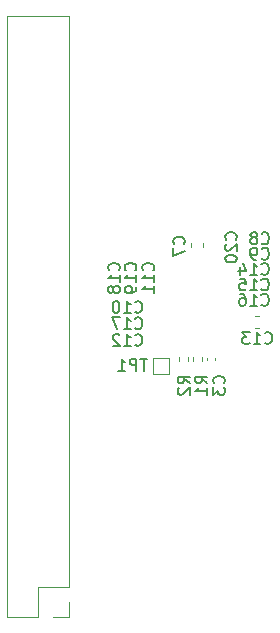
<source format=gbo>
G04 #@! TF.GenerationSoftware,KiCad,Pcbnew,(5.1.8)-1*
G04 #@! TF.CreationDate,2021-01-03T21:05:32+07:00*
G04 #@! TF.ProjectId,FT600_Adapter,46543630-305f-4416-9461-707465722e6b,rev?*
G04 #@! TF.SameCoordinates,Original*
G04 #@! TF.FileFunction,Legend,Bot*
G04 #@! TF.FilePolarity,Positive*
%FSLAX46Y46*%
G04 Gerber Fmt 4.6, Leading zero omitted, Abs format (unit mm)*
G04 Created by KiCad (PCBNEW (5.1.8)-1) date 2021-01-03 21:05:32*
%MOMM*%
%LPD*%
G01*
G04 APERTURE LIST*
%ADD10C,0.120000*%
%ADD11C,0.150000*%
%ADD12C,5.000000*%
%ADD13O,1.700000X1.700000*%
%ADD14R,1.700000X1.700000*%
%ADD15R,1.000000X1.000000*%
G04 APERTURE END LIST*
D10*
X129124721Y-103490000D02*
X129450279Y-103490000D01*
X129124721Y-104510000D02*
X129450279Y-104510000D01*
X123690000Y-97665279D02*
X123690000Y-97339721D01*
X124710000Y-97665279D02*
X124710000Y-97339721D01*
X108130000Y-129030000D02*
X110730000Y-129030000D01*
X108130000Y-129030000D02*
X108130000Y-78110000D01*
X108130000Y-78110000D02*
X113330000Y-78110000D01*
X113330000Y-126430000D02*
X113330000Y-78110000D01*
X110730000Y-126430000D02*
X113330000Y-126430000D01*
X110730000Y-129030000D02*
X110730000Y-126430000D01*
X113330000Y-129030000D02*
X113330000Y-127700000D01*
X112000000Y-129030000D02*
X113330000Y-129030000D01*
X120450000Y-107050000D02*
X120450000Y-108450000D01*
X121850000Y-107050000D02*
X120450000Y-107050000D01*
X121850000Y-108450000D02*
X121850000Y-107050000D01*
X120450000Y-108450000D02*
X121850000Y-108450000D01*
X122670000Y-107313641D02*
X122670000Y-107006359D01*
X123430000Y-107313641D02*
X123430000Y-107006359D01*
X124990000Y-107287836D02*
X124990000Y-107072164D01*
X125710000Y-107287836D02*
X125710000Y-107072164D01*
X123820000Y-107313641D02*
X123820000Y-107006359D01*
X124580000Y-107313641D02*
X124580000Y-107006359D01*
D11*
X127457142Y-97057142D02*
X127504761Y-97009523D01*
X127552380Y-96866666D01*
X127552380Y-96771428D01*
X127504761Y-96628571D01*
X127409523Y-96533333D01*
X127314285Y-96485714D01*
X127123809Y-96438095D01*
X126980952Y-96438095D01*
X126790476Y-96485714D01*
X126695238Y-96533333D01*
X126600000Y-96628571D01*
X126552380Y-96771428D01*
X126552380Y-96866666D01*
X126600000Y-97009523D01*
X126647619Y-97057142D01*
X126647619Y-97438095D02*
X126600000Y-97485714D01*
X126552380Y-97580952D01*
X126552380Y-97819047D01*
X126600000Y-97914285D01*
X126647619Y-97961904D01*
X126742857Y-98009523D01*
X126838095Y-98009523D01*
X126980952Y-97961904D01*
X127552380Y-97390476D01*
X127552380Y-98009523D01*
X126552380Y-98628571D02*
X126552380Y-98723809D01*
X126600000Y-98819047D01*
X126647619Y-98866666D01*
X126742857Y-98914285D01*
X126933333Y-98961904D01*
X127171428Y-98961904D01*
X127361904Y-98914285D01*
X127457142Y-98866666D01*
X127504761Y-98819047D01*
X127552380Y-98723809D01*
X127552380Y-98628571D01*
X127504761Y-98533333D01*
X127457142Y-98485714D01*
X127361904Y-98438095D01*
X127171428Y-98390476D01*
X126933333Y-98390476D01*
X126742857Y-98438095D01*
X126647619Y-98485714D01*
X126600000Y-98533333D01*
X126552380Y-98628571D01*
X118957142Y-99657142D02*
X119004761Y-99609523D01*
X119052380Y-99466666D01*
X119052380Y-99371428D01*
X119004761Y-99228571D01*
X118909523Y-99133333D01*
X118814285Y-99085714D01*
X118623809Y-99038095D01*
X118480952Y-99038095D01*
X118290476Y-99085714D01*
X118195238Y-99133333D01*
X118100000Y-99228571D01*
X118052380Y-99371428D01*
X118052380Y-99466666D01*
X118100000Y-99609523D01*
X118147619Y-99657142D01*
X119052380Y-100609523D02*
X119052380Y-100038095D01*
X119052380Y-100323809D02*
X118052380Y-100323809D01*
X118195238Y-100228571D01*
X118290476Y-100133333D01*
X118338095Y-100038095D01*
X119052380Y-101085714D02*
X119052380Y-101276190D01*
X119004761Y-101371428D01*
X118957142Y-101419047D01*
X118814285Y-101514285D01*
X118623809Y-101561904D01*
X118242857Y-101561904D01*
X118147619Y-101514285D01*
X118100000Y-101466666D01*
X118052380Y-101371428D01*
X118052380Y-101180952D01*
X118100000Y-101085714D01*
X118147619Y-101038095D01*
X118242857Y-100990476D01*
X118480952Y-100990476D01*
X118576190Y-101038095D01*
X118623809Y-101085714D01*
X118671428Y-101180952D01*
X118671428Y-101371428D01*
X118623809Y-101466666D01*
X118576190Y-101514285D01*
X118480952Y-101561904D01*
X117557142Y-99657142D02*
X117604761Y-99609523D01*
X117652380Y-99466666D01*
X117652380Y-99371428D01*
X117604761Y-99228571D01*
X117509523Y-99133333D01*
X117414285Y-99085714D01*
X117223809Y-99038095D01*
X117080952Y-99038095D01*
X116890476Y-99085714D01*
X116795238Y-99133333D01*
X116700000Y-99228571D01*
X116652380Y-99371428D01*
X116652380Y-99466666D01*
X116700000Y-99609523D01*
X116747619Y-99657142D01*
X117652380Y-100609523D02*
X117652380Y-100038095D01*
X117652380Y-100323809D02*
X116652380Y-100323809D01*
X116795238Y-100228571D01*
X116890476Y-100133333D01*
X116938095Y-100038095D01*
X117080952Y-101180952D02*
X117033333Y-101085714D01*
X116985714Y-101038095D01*
X116890476Y-100990476D01*
X116842857Y-100990476D01*
X116747619Y-101038095D01*
X116700000Y-101085714D01*
X116652380Y-101180952D01*
X116652380Y-101371428D01*
X116700000Y-101466666D01*
X116747619Y-101514285D01*
X116842857Y-101561904D01*
X116890476Y-101561904D01*
X116985714Y-101514285D01*
X117033333Y-101466666D01*
X117080952Y-101371428D01*
X117080952Y-101180952D01*
X117128571Y-101085714D01*
X117176190Y-101038095D01*
X117271428Y-100990476D01*
X117461904Y-100990476D01*
X117557142Y-101038095D01*
X117604761Y-101085714D01*
X117652380Y-101180952D01*
X117652380Y-101371428D01*
X117604761Y-101466666D01*
X117557142Y-101514285D01*
X117461904Y-101561904D01*
X117271428Y-101561904D01*
X117176190Y-101514285D01*
X117128571Y-101466666D01*
X117080952Y-101371428D01*
X118942857Y-104557142D02*
X118990476Y-104604761D01*
X119133333Y-104652380D01*
X119228571Y-104652380D01*
X119371428Y-104604761D01*
X119466666Y-104509523D01*
X119514285Y-104414285D01*
X119561904Y-104223809D01*
X119561904Y-104080952D01*
X119514285Y-103890476D01*
X119466666Y-103795238D01*
X119371428Y-103700000D01*
X119228571Y-103652380D01*
X119133333Y-103652380D01*
X118990476Y-103700000D01*
X118942857Y-103747619D01*
X117990476Y-104652380D02*
X118561904Y-104652380D01*
X118276190Y-104652380D02*
X118276190Y-103652380D01*
X118371428Y-103795238D01*
X118466666Y-103890476D01*
X118561904Y-103938095D01*
X117657142Y-103652380D02*
X116990476Y-103652380D01*
X117419047Y-104652380D01*
X129642857Y-102557142D02*
X129690476Y-102604761D01*
X129833333Y-102652380D01*
X129928571Y-102652380D01*
X130071428Y-102604761D01*
X130166666Y-102509523D01*
X130214285Y-102414285D01*
X130261904Y-102223809D01*
X130261904Y-102080952D01*
X130214285Y-101890476D01*
X130166666Y-101795238D01*
X130071428Y-101700000D01*
X129928571Y-101652380D01*
X129833333Y-101652380D01*
X129690476Y-101700000D01*
X129642857Y-101747619D01*
X128690476Y-102652380D02*
X129261904Y-102652380D01*
X128976190Y-102652380D02*
X128976190Y-101652380D01*
X129071428Y-101795238D01*
X129166666Y-101890476D01*
X129261904Y-101938095D01*
X127833333Y-101652380D02*
X128023809Y-101652380D01*
X128119047Y-101700000D01*
X128166666Y-101747619D01*
X128261904Y-101890476D01*
X128309523Y-102080952D01*
X128309523Y-102461904D01*
X128261904Y-102557142D01*
X128214285Y-102604761D01*
X128119047Y-102652380D01*
X127928571Y-102652380D01*
X127833333Y-102604761D01*
X127785714Y-102557142D01*
X127738095Y-102461904D01*
X127738095Y-102223809D01*
X127785714Y-102128571D01*
X127833333Y-102080952D01*
X127928571Y-102033333D01*
X128119047Y-102033333D01*
X128214285Y-102080952D01*
X128261904Y-102128571D01*
X128309523Y-102223809D01*
X129642857Y-101257142D02*
X129690476Y-101304761D01*
X129833333Y-101352380D01*
X129928571Y-101352380D01*
X130071428Y-101304761D01*
X130166666Y-101209523D01*
X130214285Y-101114285D01*
X130261904Y-100923809D01*
X130261904Y-100780952D01*
X130214285Y-100590476D01*
X130166666Y-100495238D01*
X130071428Y-100400000D01*
X129928571Y-100352380D01*
X129833333Y-100352380D01*
X129690476Y-100400000D01*
X129642857Y-100447619D01*
X128690476Y-101352380D02*
X129261904Y-101352380D01*
X128976190Y-101352380D02*
X128976190Y-100352380D01*
X129071428Y-100495238D01*
X129166666Y-100590476D01*
X129261904Y-100638095D01*
X127785714Y-100352380D02*
X128261904Y-100352380D01*
X128309523Y-100828571D01*
X128261904Y-100780952D01*
X128166666Y-100733333D01*
X127928571Y-100733333D01*
X127833333Y-100780952D01*
X127785714Y-100828571D01*
X127738095Y-100923809D01*
X127738095Y-101161904D01*
X127785714Y-101257142D01*
X127833333Y-101304761D01*
X127928571Y-101352380D01*
X128166666Y-101352380D01*
X128261904Y-101304761D01*
X128309523Y-101257142D01*
X129642857Y-99957142D02*
X129690476Y-100004761D01*
X129833333Y-100052380D01*
X129928571Y-100052380D01*
X130071428Y-100004761D01*
X130166666Y-99909523D01*
X130214285Y-99814285D01*
X130261904Y-99623809D01*
X130261904Y-99480952D01*
X130214285Y-99290476D01*
X130166666Y-99195238D01*
X130071428Y-99100000D01*
X129928571Y-99052380D01*
X129833333Y-99052380D01*
X129690476Y-99100000D01*
X129642857Y-99147619D01*
X128690476Y-100052380D02*
X129261904Y-100052380D01*
X128976190Y-100052380D02*
X128976190Y-99052380D01*
X129071428Y-99195238D01*
X129166666Y-99290476D01*
X129261904Y-99338095D01*
X127833333Y-99385714D02*
X127833333Y-100052380D01*
X128071428Y-99004761D02*
X128309523Y-99719047D01*
X127690476Y-99719047D01*
X120457142Y-99657142D02*
X120504761Y-99609523D01*
X120552380Y-99466666D01*
X120552380Y-99371428D01*
X120504761Y-99228571D01*
X120409523Y-99133333D01*
X120314285Y-99085714D01*
X120123809Y-99038095D01*
X119980952Y-99038095D01*
X119790476Y-99085714D01*
X119695238Y-99133333D01*
X119600000Y-99228571D01*
X119552380Y-99371428D01*
X119552380Y-99466666D01*
X119600000Y-99609523D01*
X119647619Y-99657142D01*
X120552380Y-100609523D02*
X120552380Y-100038095D01*
X120552380Y-100323809D02*
X119552380Y-100323809D01*
X119695238Y-100228571D01*
X119790476Y-100133333D01*
X119838095Y-100038095D01*
X120552380Y-101561904D02*
X120552380Y-100990476D01*
X120552380Y-101276190D02*
X119552380Y-101276190D01*
X119695238Y-101180952D01*
X119790476Y-101085714D01*
X119838095Y-100990476D01*
X118942857Y-105957142D02*
X118990476Y-106004761D01*
X119133333Y-106052380D01*
X119228571Y-106052380D01*
X119371428Y-106004761D01*
X119466666Y-105909523D01*
X119514285Y-105814285D01*
X119561904Y-105623809D01*
X119561904Y-105480952D01*
X119514285Y-105290476D01*
X119466666Y-105195238D01*
X119371428Y-105100000D01*
X119228571Y-105052380D01*
X119133333Y-105052380D01*
X118990476Y-105100000D01*
X118942857Y-105147619D01*
X117990476Y-106052380D02*
X118561904Y-106052380D01*
X118276190Y-106052380D02*
X118276190Y-105052380D01*
X118371428Y-105195238D01*
X118466666Y-105290476D01*
X118561904Y-105338095D01*
X117609523Y-105147619D02*
X117561904Y-105100000D01*
X117466666Y-105052380D01*
X117228571Y-105052380D01*
X117133333Y-105100000D01*
X117085714Y-105147619D01*
X117038095Y-105242857D01*
X117038095Y-105338095D01*
X117085714Y-105480952D01*
X117657142Y-106052380D01*
X117038095Y-106052380D01*
X129930357Y-105787142D02*
X129977976Y-105834761D01*
X130120833Y-105882380D01*
X130216071Y-105882380D01*
X130358928Y-105834761D01*
X130454166Y-105739523D01*
X130501785Y-105644285D01*
X130549404Y-105453809D01*
X130549404Y-105310952D01*
X130501785Y-105120476D01*
X130454166Y-105025238D01*
X130358928Y-104930000D01*
X130216071Y-104882380D01*
X130120833Y-104882380D01*
X129977976Y-104930000D01*
X129930357Y-104977619D01*
X128977976Y-105882380D02*
X129549404Y-105882380D01*
X129263690Y-105882380D02*
X129263690Y-104882380D01*
X129358928Y-105025238D01*
X129454166Y-105120476D01*
X129549404Y-105168095D01*
X128644642Y-104882380D02*
X128025595Y-104882380D01*
X128358928Y-105263333D01*
X128216071Y-105263333D01*
X128120833Y-105310952D01*
X128073214Y-105358571D01*
X128025595Y-105453809D01*
X128025595Y-105691904D01*
X128073214Y-105787142D01*
X128120833Y-105834761D01*
X128216071Y-105882380D01*
X128501785Y-105882380D01*
X128597023Y-105834761D01*
X128644642Y-105787142D01*
X118942857Y-103157142D02*
X118990476Y-103204761D01*
X119133333Y-103252380D01*
X119228571Y-103252380D01*
X119371428Y-103204761D01*
X119466666Y-103109523D01*
X119514285Y-103014285D01*
X119561904Y-102823809D01*
X119561904Y-102680952D01*
X119514285Y-102490476D01*
X119466666Y-102395238D01*
X119371428Y-102300000D01*
X119228571Y-102252380D01*
X119133333Y-102252380D01*
X118990476Y-102300000D01*
X118942857Y-102347619D01*
X117990476Y-103252380D02*
X118561904Y-103252380D01*
X118276190Y-103252380D02*
X118276190Y-102252380D01*
X118371428Y-102395238D01*
X118466666Y-102490476D01*
X118561904Y-102538095D01*
X117371428Y-102252380D02*
X117276190Y-102252380D01*
X117180952Y-102300000D01*
X117133333Y-102347619D01*
X117085714Y-102442857D01*
X117038095Y-102633333D01*
X117038095Y-102871428D01*
X117085714Y-103061904D01*
X117133333Y-103157142D01*
X117180952Y-103204761D01*
X117276190Y-103252380D01*
X117371428Y-103252380D01*
X117466666Y-103204761D01*
X117514285Y-103157142D01*
X117561904Y-103061904D01*
X117609523Y-102871428D01*
X117609523Y-102633333D01*
X117561904Y-102442857D01*
X117514285Y-102347619D01*
X117466666Y-102300000D01*
X117371428Y-102252380D01*
X129666666Y-98657142D02*
X129714285Y-98704761D01*
X129857142Y-98752380D01*
X129952380Y-98752380D01*
X130095238Y-98704761D01*
X130190476Y-98609523D01*
X130238095Y-98514285D01*
X130285714Y-98323809D01*
X130285714Y-98180952D01*
X130238095Y-97990476D01*
X130190476Y-97895238D01*
X130095238Y-97800000D01*
X129952380Y-97752380D01*
X129857142Y-97752380D01*
X129714285Y-97800000D01*
X129666666Y-97847619D01*
X129190476Y-98752380D02*
X129000000Y-98752380D01*
X128904761Y-98704761D01*
X128857142Y-98657142D01*
X128761904Y-98514285D01*
X128714285Y-98323809D01*
X128714285Y-97942857D01*
X128761904Y-97847619D01*
X128809523Y-97800000D01*
X128904761Y-97752380D01*
X129095238Y-97752380D01*
X129190476Y-97800000D01*
X129238095Y-97847619D01*
X129285714Y-97942857D01*
X129285714Y-98180952D01*
X129238095Y-98276190D01*
X129190476Y-98323809D01*
X129095238Y-98371428D01*
X128904761Y-98371428D01*
X128809523Y-98323809D01*
X128761904Y-98276190D01*
X128714285Y-98180952D01*
X129666666Y-97357142D02*
X129714285Y-97404761D01*
X129857142Y-97452380D01*
X129952380Y-97452380D01*
X130095238Y-97404761D01*
X130190476Y-97309523D01*
X130238095Y-97214285D01*
X130285714Y-97023809D01*
X130285714Y-96880952D01*
X130238095Y-96690476D01*
X130190476Y-96595238D01*
X130095238Y-96500000D01*
X129952380Y-96452380D01*
X129857142Y-96452380D01*
X129714285Y-96500000D01*
X129666666Y-96547619D01*
X129095238Y-96880952D02*
X129190476Y-96833333D01*
X129238095Y-96785714D01*
X129285714Y-96690476D01*
X129285714Y-96642857D01*
X129238095Y-96547619D01*
X129190476Y-96500000D01*
X129095238Y-96452380D01*
X128904761Y-96452380D01*
X128809523Y-96500000D01*
X128761904Y-96547619D01*
X128714285Y-96642857D01*
X128714285Y-96690476D01*
X128761904Y-96785714D01*
X128809523Y-96833333D01*
X128904761Y-96880952D01*
X129095238Y-96880952D01*
X129190476Y-96928571D01*
X129238095Y-96976190D01*
X129285714Y-97071428D01*
X129285714Y-97261904D01*
X129238095Y-97357142D01*
X129190476Y-97404761D01*
X129095238Y-97452380D01*
X128904761Y-97452380D01*
X128809523Y-97404761D01*
X128761904Y-97357142D01*
X128714285Y-97261904D01*
X128714285Y-97071428D01*
X128761904Y-96976190D01*
X128809523Y-96928571D01*
X128904761Y-96880952D01*
X123057142Y-97433333D02*
X123104761Y-97385714D01*
X123152380Y-97242857D01*
X123152380Y-97147619D01*
X123104761Y-97004761D01*
X123009523Y-96909523D01*
X122914285Y-96861904D01*
X122723809Y-96814285D01*
X122580952Y-96814285D01*
X122390476Y-96861904D01*
X122295238Y-96909523D01*
X122200000Y-97004761D01*
X122152380Y-97147619D01*
X122152380Y-97242857D01*
X122200000Y-97385714D01*
X122247619Y-97433333D01*
X122152380Y-97766666D02*
X122152380Y-98433333D01*
X123152380Y-98004761D01*
X119961904Y-107152380D02*
X119390476Y-107152380D01*
X119676190Y-108152380D02*
X119676190Y-107152380D01*
X119057142Y-108152380D02*
X119057142Y-107152380D01*
X118676190Y-107152380D01*
X118580952Y-107200000D01*
X118533333Y-107247619D01*
X118485714Y-107342857D01*
X118485714Y-107485714D01*
X118533333Y-107580952D01*
X118580952Y-107628571D01*
X118676190Y-107676190D01*
X119057142Y-107676190D01*
X117533333Y-108152380D02*
X118104761Y-108152380D01*
X117819047Y-108152380D02*
X117819047Y-107152380D01*
X117914285Y-107295238D01*
X118009523Y-107390476D01*
X118104761Y-107438095D01*
X123552380Y-109233333D02*
X123076190Y-108900000D01*
X123552380Y-108661904D02*
X122552380Y-108661904D01*
X122552380Y-109042857D01*
X122600000Y-109138095D01*
X122647619Y-109185714D01*
X122742857Y-109233333D01*
X122885714Y-109233333D01*
X122980952Y-109185714D01*
X123028571Y-109138095D01*
X123076190Y-109042857D01*
X123076190Y-108661904D01*
X122647619Y-109614285D02*
X122600000Y-109661904D01*
X122552380Y-109757142D01*
X122552380Y-109995238D01*
X122600000Y-110090476D01*
X122647619Y-110138095D01*
X122742857Y-110185714D01*
X122838095Y-110185714D01*
X122980952Y-110138095D01*
X123552380Y-109566666D01*
X123552380Y-110185714D01*
X126457142Y-109233333D02*
X126504761Y-109185714D01*
X126552380Y-109042857D01*
X126552380Y-108947619D01*
X126504761Y-108804761D01*
X126409523Y-108709523D01*
X126314285Y-108661904D01*
X126123809Y-108614285D01*
X125980952Y-108614285D01*
X125790476Y-108661904D01*
X125695238Y-108709523D01*
X125600000Y-108804761D01*
X125552380Y-108947619D01*
X125552380Y-109042857D01*
X125600000Y-109185714D01*
X125647619Y-109233333D01*
X125552380Y-109566666D02*
X125552380Y-110185714D01*
X125933333Y-109852380D01*
X125933333Y-109995238D01*
X125980952Y-110090476D01*
X126028571Y-110138095D01*
X126123809Y-110185714D01*
X126361904Y-110185714D01*
X126457142Y-110138095D01*
X126504761Y-110090476D01*
X126552380Y-109995238D01*
X126552380Y-109709523D01*
X126504761Y-109614285D01*
X126457142Y-109566666D01*
X125052380Y-109233333D02*
X124576190Y-108900000D01*
X125052380Y-108661904D02*
X124052380Y-108661904D01*
X124052380Y-109042857D01*
X124100000Y-109138095D01*
X124147619Y-109185714D01*
X124242857Y-109233333D01*
X124385714Y-109233333D01*
X124480952Y-109185714D01*
X124528571Y-109138095D01*
X124576190Y-109042857D01*
X124576190Y-108661904D01*
X125052380Y-110185714D02*
X125052380Y-109614285D01*
X125052380Y-109900000D02*
X124052380Y-109900000D01*
X124195238Y-109804761D01*
X124290476Y-109709523D01*
X124338095Y-109614285D01*
%LPC*%
D12*
X135000000Y-126000000D03*
X135000000Y-81000000D03*
G36*
G01*
X125882500Y-97735000D02*
X125537500Y-97735000D01*
G75*
G02*
X125390000Y-97587500I0J147500D01*
G01*
X125390000Y-97292500D01*
G75*
G02*
X125537500Y-97145000I147500J0D01*
G01*
X125882500Y-97145000D01*
G75*
G02*
X126030000Y-97292500I0J-147500D01*
G01*
X126030000Y-97587500D01*
G75*
G02*
X125882500Y-97735000I-147500J0D01*
G01*
G37*
G36*
G01*
X125882500Y-98705000D02*
X125537500Y-98705000D01*
G75*
G02*
X125390000Y-98557500I0J147500D01*
G01*
X125390000Y-98262500D01*
G75*
G02*
X125537500Y-98115000I147500J0D01*
G01*
X125882500Y-98115000D01*
G75*
G02*
X126030000Y-98262500I0J-147500D01*
G01*
X126030000Y-98557500D01*
G75*
G02*
X125882500Y-98705000I-147500J0D01*
G01*
G37*
G36*
G01*
X122327500Y-100765000D02*
X122672500Y-100765000D01*
G75*
G02*
X122820000Y-100912500I0J-147500D01*
G01*
X122820000Y-101207500D01*
G75*
G02*
X122672500Y-101355000I-147500J0D01*
G01*
X122327500Y-101355000D01*
G75*
G02*
X122180000Y-101207500I0J147500D01*
G01*
X122180000Y-100912500D01*
G75*
G02*
X122327500Y-100765000I147500J0D01*
G01*
G37*
G36*
G01*
X122327500Y-99795000D02*
X122672500Y-99795000D01*
G75*
G02*
X122820000Y-99942500I0J-147500D01*
G01*
X122820000Y-100237500D01*
G75*
G02*
X122672500Y-100385000I-147500J0D01*
G01*
X122327500Y-100385000D01*
G75*
G02*
X122180000Y-100237500I0J147500D01*
G01*
X122180000Y-99942500D01*
G75*
G02*
X122327500Y-99795000I147500J0D01*
G01*
G37*
G36*
G01*
X121327500Y-101375000D02*
X121672500Y-101375000D01*
G75*
G02*
X121820000Y-101522500I0J-147500D01*
G01*
X121820000Y-101817500D01*
G75*
G02*
X121672500Y-101965000I-147500J0D01*
G01*
X121327500Y-101965000D01*
G75*
G02*
X121180000Y-101817500I0J147500D01*
G01*
X121180000Y-101522500D01*
G75*
G02*
X121327500Y-101375000I147500J0D01*
G01*
G37*
G36*
G01*
X121327500Y-100405000D02*
X121672500Y-100405000D01*
G75*
G02*
X121820000Y-100552500I0J-147500D01*
G01*
X121820000Y-100847500D01*
G75*
G02*
X121672500Y-100995000I-147500J0D01*
G01*
X121327500Y-100995000D01*
G75*
G02*
X121180000Y-100847500I0J147500D01*
G01*
X121180000Y-100552500D01*
G75*
G02*
X121327500Y-100405000I147500J0D01*
G01*
G37*
G36*
G01*
X121025000Y-103972500D02*
X121025000Y-103627500D01*
G75*
G02*
X121172500Y-103480000I147500J0D01*
G01*
X121467500Y-103480000D01*
G75*
G02*
X121615000Y-103627500I0J-147500D01*
G01*
X121615000Y-103972500D01*
G75*
G02*
X121467500Y-104120000I-147500J0D01*
G01*
X121172500Y-104120000D01*
G75*
G02*
X121025000Y-103972500I0J147500D01*
G01*
G37*
G36*
G01*
X120055000Y-103972500D02*
X120055000Y-103627500D01*
G75*
G02*
X120202500Y-103480000I147500J0D01*
G01*
X120497500Y-103480000D01*
G75*
G02*
X120645000Y-103627500I0J-147500D01*
G01*
X120645000Y-103972500D01*
G75*
G02*
X120497500Y-104120000I-147500J0D01*
G01*
X120202500Y-104120000D01*
G75*
G02*
X120055000Y-103972500I0J147500D01*
G01*
G37*
G36*
G01*
X125925000Y-105127500D02*
X125925000Y-105472500D01*
G75*
G02*
X125777500Y-105620000I-147500J0D01*
G01*
X125482500Y-105620000D01*
G75*
G02*
X125335000Y-105472500I0J147500D01*
G01*
X125335000Y-105127500D01*
G75*
G02*
X125482500Y-104980000I147500J0D01*
G01*
X125777500Y-104980000D01*
G75*
G02*
X125925000Y-105127500I0J-147500D01*
G01*
G37*
G36*
G01*
X126895000Y-105127500D02*
X126895000Y-105472500D01*
G75*
G02*
X126747500Y-105620000I-147500J0D01*
G01*
X126452500Y-105620000D01*
G75*
G02*
X126305000Y-105472500I0J147500D01*
G01*
X126305000Y-105127500D01*
G75*
G02*
X126452500Y-104980000I147500J0D01*
G01*
X126747500Y-104980000D01*
G75*
G02*
X126895000Y-105127500I0J-147500D01*
G01*
G37*
G36*
G01*
X125925000Y-104127500D02*
X125925000Y-104472500D01*
G75*
G02*
X125777500Y-104620000I-147500J0D01*
G01*
X125482500Y-104620000D01*
G75*
G02*
X125335000Y-104472500I0J147500D01*
G01*
X125335000Y-104127500D01*
G75*
G02*
X125482500Y-103980000I147500J0D01*
G01*
X125777500Y-103980000D01*
G75*
G02*
X125925000Y-104127500I0J-147500D01*
G01*
G37*
G36*
G01*
X126895000Y-104127500D02*
X126895000Y-104472500D01*
G75*
G02*
X126747500Y-104620000I-147500J0D01*
G01*
X126452500Y-104620000D01*
G75*
G02*
X126305000Y-104472500I0J147500D01*
G01*
X126305000Y-104127500D01*
G75*
G02*
X126452500Y-103980000I147500J0D01*
G01*
X126747500Y-103980000D01*
G75*
G02*
X126895000Y-104127500I0J-147500D01*
G01*
G37*
G36*
G01*
X125925000Y-103127500D02*
X125925000Y-103472500D01*
G75*
G02*
X125777500Y-103620000I-147500J0D01*
G01*
X125482500Y-103620000D01*
G75*
G02*
X125335000Y-103472500I0J147500D01*
G01*
X125335000Y-103127500D01*
G75*
G02*
X125482500Y-102980000I147500J0D01*
G01*
X125777500Y-102980000D01*
G75*
G02*
X125925000Y-103127500I0J-147500D01*
G01*
G37*
G36*
G01*
X126895000Y-103127500D02*
X126895000Y-103472500D01*
G75*
G02*
X126747500Y-103620000I-147500J0D01*
G01*
X126452500Y-103620000D01*
G75*
G02*
X126305000Y-103472500I0J147500D01*
G01*
X126305000Y-103127500D01*
G75*
G02*
X126452500Y-102980000I147500J0D01*
G01*
X126747500Y-102980000D01*
G75*
G02*
X126895000Y-103127500I0J-147500D01*
G01*
G37*
G36*
G01*
X123357500Y-100765000D02*
X123702500Y-100765000D01*
G75*
G02*
X123850000Y-100912500I0J-147500D01*
G01*
X123850000Y-101207500D01*
G75*
G02*
X123702500Y-101355000I-147500J0D01*
G01*
X123357500Y-101355000D01*
G75*
G02*
X123210000Y-101207500I0J147500D01*
G01*
X123210000Y-100912500D01*
G75*
G02*
X123357500Y-100765000I147500J0D01*
G01*
G37*
G36*
G01*
X123357500Y-99795000D02*
X123702500Y-99795000D01*
G75*
G02*
X123850000Y-99942500I0J-147500D01*
G01*
X123850000Y-100237500D01*
G75*
G02*
X123702500Y-100385000I-147500J0D01*
G01*
X123357500Y-100385000D01*
G75*
G02*
X123210000Y-100237500I0J147500D01*
G01*
X123210000Y-99942500D01*
G75*
G02*
X123357500Y-99795000I147500J0D01*
G01*
G37*
G36*
G01*
X121655000Y-105022500D02*
X121655000Y-104677500D01*
G75*
G02*
X121802500Y-104530000I147500J0D01*
G01*
X122097500Y-104530000D01*
G75*
G02*
X122245000Y-104677500I0J-147500D01*
G01*
X122245000Y-105022500D01*
G75*
G02*
X122097500Y-105170000I-147500J0D01*
G01*
X121802500Y-105170000D01*
G75*
G02*
X121655000Y-105022500I0J147500D01*
G01*
G37*
G36*
G01*
X120685000Y-105022500D02*
X120685000Y-104677500D01*
G75*
G02*
X120832500Y-104530000I147500J0D01*
G01*
X121127500Y-104530000D01*
G75*
G02*
X121275000Y-104677500I0J-147500D01*
G01*
X121275000Y-105022500D01*
G75*
G02*
X121127500Y-105170000I-147500J0D01*
G01*
X120832500Y-105170000D01*
G75*
G02*
X120685000Y-105022500I0J147500D01*
G01*
G37*
G36*
G01*
X129637500Y-104256250D02*
X129637500Y-103743750D01*
G75*
G02*
X129856250Y-103525000I218750J0D01*
G01*
X130293750Y-103525000D01*
G75*
G02*
X130512500Y-103743750I0J-218750D01*
G01*
X130512500Y-104256250D01*
G75*
G02*
X130293750Y-104475000I-218750J0D01*
G01*
X129856250Y-104475000D01*
G75*
G02*
X129637500Y-104256250I0J218750D01*
G01*
G37*
G36*
G01*
X128062500Y-104256250D02*
X128062500Y-103743750D01*
G75*
G02*
X128281250Y-103525000I218750J0D01*
G01*
X128718750Y-103525000D01*
G75*
G02*
X128937500Y-103743750I0J-218750D01*
G01*
X128937500Y-104256250D01*
G75*
G02*
X128718750Y-104475000I-218750J0D01*
G01*
X128281250Y-104475000D01*
G75*
G02*
X128062500Y-104256250I0J218750D01*
G01*
G37*
G36*
G01*
X121025000Y-102922500D02*
X121025000Y-102577500D01*
G75*
G02*
X121172500Y-102430000I147500J0D01*
G01*
X121467500Y-102430000D01*
G75*
G02*
X121615000Y-102577500I0J-147500D01*
G01*
X121615000Y-102922500D01*
G75*
G02*
X121467500Y-103070000I-147500J0D01*
G01*
X121172500Y-103070000D01*
G75*
G02*
X121025000Y-102922500I0J147500D01*
G01*
G37*
G36*
G01*
X120055000Y-102922500D02*
X120055000Y-102577500D01*
G75*
G02*
X120202500Y-102430000I147500J0D01*
G01*
X120497500Y-102430000D01*
G75*
G02*
X120645000Y-102577500I0J-147500D01*
G01*
X120645000Y-102922500D01*
G75*
G02*
X120497500Y-103070000I-147500J0D01*
G01*
X120202500Y-103070000D01*
G75*
G02*
X120055000Y-102922500I0J147500D01*
G01*
G37*
G36*
G01*
X125925000Y-102127500D02*
X125925000Y-102472500D01*
G75*
G02*
X125777500Y-102620000I-147500J0D01*
G01*
X125482500Y-102620000D01*
G75*
G02*
X125335000Y-102472500I0J147500D01*
G01*
X125335000Y-102127500D01*
G75*
G02*
X125482500Y-101980000I147500J0D01*
G01*
X125777500Y-101980000D01*
G75*
G02*
X125925000Y-102127500I0J-147500D01*
G01*
G37*
G36*
G01*
X126895000Y-102127500D02*
X126895000Y-102472500D01*
G75*
G02*
X126747500Y-102620000I-147500J0D01*
G01*
X126452500Y-102620000D01*
G75*
G02*
X126305000Y-102472500I0J147500D01*
G01*
X126305000Y-102127500D01*
G75*
G02*
X126452500Y-101980000I147500J0D01*
G01*
X126747500Y-101980000D01*
G75*
G02*
X126895000Y-102127500I0J-147500D01*
G01*
G37*
G36*
G01*
X125925000Y-101127500D02*
X125925000Y-101472500D01*
G75*
G02*
X125777500Y-101620000I-147500J0D01*
G01*
X125482500Y-101620000D01*
G75*
G02*
X125335000Y-101472500I0J147500D01*
G01*
X125335000Y-101127500D01*
G75*
G02*
X125482500Y-100980000I147500J0D01*
G01*
X125777500Y-100980000D01*
G75*
G02*
X125925000Y-101127500I0J-147500D01*
G01*
G37*
G36*
G01*
X126895000Y-101127500D02*
X126895000Y-101472500D01*
G75*
G02*
X126747500Y-101620000I-147500J0D01*
G01*
X126452500Y-101620000D01*
G75*
G02*
X126305000Y-101472500I0J147500D01*
G01*
X126305000Y-101127500D01*
G75*
G02*
X126452500Y-100980000I147500J0D01*
G01*
X126747500Y-100980000D01*
G75*
G02*
X126895000Y-101127500I0J-147500D01*
G01*
G37*
G36*
G01*
X124456250Y-97152500D02*
X123943750Y-97152500D01*
G75*
G02*
X123725000Y-96933750I0J218750D01*
G01*
X123725000Y-96496250D01*
G75*
G02*
X123943750Y-96277500I218750J0D01*
G01*
X124456250Y-96277500D01*
G75*
G02*
X124675000Y-96496250I0J-218750D01*
G01*
X124675000Y-96933750D01*
G75*
G02*
X124456250Y-97152500I-218750J0D01*
G01*
G37*
G36*
G01*
X124456250Y-98727500D02*
X123943750Y-98727500D01*
G75*
G02*
X123725000Y-98508750I0J218750D01*
G01*
X123725000Y-98071250D01*
G75*
G02*
X123943750Y-97852500I218750J0D01*
G01*
X124456250Y-97852500D01*
G75*
G02*
X124675000Y-98071250I0J-218750D01*
G01*
X124675000Y-98508750D01*
G75*
G02*
X124456250Y-98727500I-218750J0D01*
G01*
G37*
D13*
X109460000Y-79440000D03*
X112000000Y-79440000D03*
X109460000Y-81980000D03*
X112000000Y-81980000D03*
X109460000Y-84520000D03*
X112000000Y-84520000D03*
X109460000Y-87060000D03*
X112000000Y-87060000D03*
X109460000Y-89600000D03*
X112000000Y-89600000D03*
X109460000Y-92140000D03*
X112000000Y-92140000D03*
X109460000Y-94680000D03*
X112000000Y-94680000D03*
X109460000Y-97220000D03*
X112000000Y-97220000D03*
X109460000Y-99760000D03*
X112000000Y-99760000D03*
X109460000Y-102300000D03*
X112000000Y-102300000D03*
X109460000Y-104840000D03*
X112000000Y-104840000D03*
X109460000Y-107380000D03*
X112000000Y-107380000D03*
X109460000Y-109920000D03*
X112000000Y-109920000D03*
X109460000Y-112460000D03*
X112000000Y-112460000D03*
X109460000Y-115000000D03*
X112000000Y-115000000D03*
X109460000Y-117540000D03*
X112000000Y-117540000D03*
X109460000Y-120080000D03*
X112000000Y-120080000D03*
X109460000Y-122620000D03*
X112000000Y-122620000D03*
X109460000Y-125160000D03*
X112000000Y-125160000D03*
X109460000Y-127700000D03*
D14*
X112000000Y-127700000D03*
D15*
X121150000Y-107750000D03*
G36*
G01*
X123235000Y-106920000D02*
X122865000Y-106920000D01*
G75*
G02*
X122730000Y-106785000I0J135000D01*
G01*
X122730000Y-106515000D01*
G75*
G02*
X122865000Y-106380000I135000J0D01*
G01*
X123235000Y-106380000D01*
G75*
G02*
X123370000Y-106515000I0J-135000D01*
G01*
X123370000Y-106785000D01*
G75*
G02*
X123235000Y-106920000I-135000J0D01*
G01*
G37*
G36*
G01*
X123235000Y-107940000D02*
X122865000Y-107940000D01*
G75*
G02*
X122730000Y-107805000I0J135000D01*
G01*
X122730000Y-107535000D01*
G75*
G02*
X122865000Y-107400000I135000J0D01*
G01*
X123235000Y-107400000D01*
G75*
G02*
X123370000Y-107535000I0J-135000D01*
G01*
X123370000Y-107805000D01*
G75*
G02*
X123235000Y-107940000I-135000J0D01*
G01*
G37*
G36*
G01*
X125520000Y-106980000D02*
X125180000Y-106980000D01*
G75*
G02*
X125040000Y-106840000I0J140000D01*
G01*
X125040000Y-106560000D01*
G75*
G02*
X125180000Y-106420000I140000J0D01*
G01*
X125520000Y-106420000D01*
G75*
G02*
X125660000Y-106560000I0J-140000D01*
G01*
X125660000Y-106840000D01*
G75*
G02*
X125520000Y-106980000I-140000J0D01*
G01*
G37*
G36*
G01*
X125520000Y-107940000D02*
X125180000Y-107940000D01*
G75*
G02*
X125040000Y-107800000I0J140000D01*
G01*
X125040000Y-107520000D01*
G75*
G02*
X125180000Y-107380000I140000J0D01*
G01*
X125520000Y-107380000D01*
G75*
G02*
X125660000Y-107520000I0J-140000D01*
G01*
X125660000Y-107800000D01*
G75*
G02*
X125520000Y-107940000I-140000J0D01*
G01*
G37*
G36*
G01*
X124385000Y-106920000D02*
X124015000Y-106920000D01*
G75*
G02*
X123880000Y-106785000I0J135000D01*
G01*
X123880000Y-106515000D01*
G75*
G02*
X124015000Y-106380000I135000J0D01*
G01*
X124385000Y-106380000D01*
G75*
G02*
X124520000Y-106515000I0J-135000D01*
G01*
X124520000Y-106785000D01*
G75*
G02*
X124385000Y-106920000I-135000J0D01*
G01*
G37*
G36*
G01*
X124385000Y-107940000D02*
X124015000Y-107940000D01*
G75*
G02*
X123880000Y-107805000I0J135000D01*
G01*
X123880000Y-107535000D01*
G75*
G02*
X124015000Y-107400000I135000J0D01*
G01*
X124385000Y-107400000D01*
G75*
G02*
X124520000Y-107535000I0J-135000D01*
G01*
X124520000Y-107805000D01*
G75*
G02*
X124385000Y-107940000I-135000J0D01*
G01*
G37*
M02*

</source>
